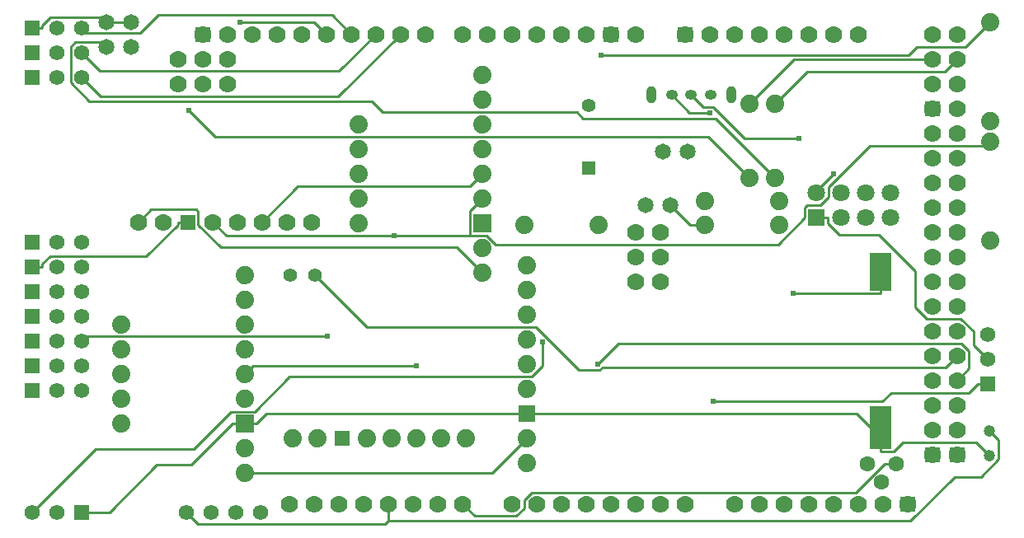
<source format=gtl>
G04 Layer: TopLayer*
G04 EasyEDA v6.5.23, 2023-06-13 15:00:51*
G04 dacc78a0dacf4a2ba8dfb7ea8c58147c,5f8968b253fc4aed9fc2cb8881c97923,10*
G04 Gerber Generator version 0.2*
G04 Scale: 100 percent, Rotated: No, Reflected: No *
G04 Dimensions in inches *
G04 leading zeros omitted , absolute positions ,3 integer and 6 decimal *
%FSLAX36Y36*%
%MOIN*%

%ADD10C,0.0100*%
%ADD11R,0.0906X0.1575*%
%ADD12R,0.0906X0.1732*%
%ADD13C,0.0620*%
%ADD14R,0.0620X0.0620*%
%ADD15C,0.0470*%
%ADD16C,0.0740*%
%ADD17R,0.0700X0.0700*%
%ADD18C,0.0551*%
%ADD19R,0.0709X0.0709*%
%ADD20C,0.0709*%
%ADD21R,0.0740X0.0740*%
%ADD22R,0.0600X0.0600*%
%ADD23C,0.0700*%
%ADD24R,0.0554X0.0554*%
%ADD25C,0.0554*%
%ADD26C,0.0650*%
%ADD27C,0.0630*%
%ADD28O,0.047240000000000004X0.039369999999999995*%
%ADD29O,0.039369999999999995X0.070866*%
%ADD30C,0.0240*%
%ADD31C,0.0129*%

%LPD*%
D10*
X3490000Y1039960D02*
G01*
X3490000Y950210D01*
X3490000Y950210D02*
G01*
X3136660Y950210D01*
X2801850Y1682869D02*
G01*
X2718440Y1682869D01*
X2646310Y1755000D01*
X60000Y65000D02*
G01*
X318209Y323209D01*
X715129Y323209D01*
X865000Y473079D01*
X960079Y473079D01*
X1101999Y615000D01*
X2079960Y615000D01*
X2122870Y657910D01*
X2122870Y755059D01*
X1550000Y2000000D02*
G01*
X1298469Y1748470D01*
X336529Y1748470D01*
X260000Y1825000D01*
X1450000Y2000000D02*
G01*
X1301009Y1851010D01*
X333989Y1851010D01*
X260000Y1925000D01*
X1350000Y2000000D02*
G01*
X1272079Y2077919D01*
X569740Y2077919D01*
X498069Y2006250D01*
X278750Y2006250D01*
X260000Y2025000D01*
X3700000Y1900000D02*
G01*
X3140000Y1900000D01*
X2960000Y1720000D01*
X3800000Y1900000D02*
G01*
X3750000Y1850000D01*
X3195000Y1850000D01*
X3065000Y1720000D01*
X1800000Y100000D02*
G01*
X1849639Y50360D01*
X2018159Y50360D01*
X2050000Y82199D01*
X2050000Y115999D01*
X2080079Y146080D01*
X3390770Y146080D01*
X3507089Y262399D01*
X3554059Y262399D01*
X1205000Y1025000D02*
G01*
X1415010Y814989D01*
X2095569Y814989D01*
X2268819Y641739D01*
X2355060Y641739D01*
X2366229Y652910D01*
X3752910Y652910D01*
X3800000Y700000D01*
X2345500Y664810D02*
G01*
X2430690Y750000D01*
X3815590Y750000D01*
X3847330Y718260D01*
X3847330Y647330D01*
X3800000Y600000D01*
X3159880Y1578820D02*
G01*
X2940119Y1578820D01*
X2813000Y1705940D01*
X2774049Y1705940D01*
X2724989Y1755000D01*
X1524709Y1184369D02*
G01*
X845630Y1184369D01*
X790000Y1240000D01*
X1880000Y1335000D02*
G01*
X1831250Y1286250D01*
X1831250Y1184369D01*
X1524709Y1184369D02*
G01*
X1831250Y1184369D01*
X1831250Y1184369D02*
G01*
X1898630Y1184369D01*
X1933000Y1150000D01*
X3076360Y1150000D01*
X3183599Y1257240D01*
X3183599Y1300019D01*
X3193580Y1310000D01*
X3248469Y1310000D01*
X3280000Y1341529D01*
X3280000Y1382150D01*
X3447849Y1550000D01*
X3920000Y1550000D01*
X3935000Y1565000D01*
X2960000Y1420000D02*
G01*
X2795000Y1585000D01*
X799219Y1585000D01*
X693519Y1690700D01*
X360000Y1950000D02*
G01*
X342919Y1967080D01*
X234920Y1967080D01*
X216230Y1948389D01*
X216230Y1804160D01*
X291630Y1728760D01*
X1433950Y1728760D01*
X1477709Y1685000D01*
X2262070Y1685000D01*
X2287269Y1659800D01*
X2825200Y1659800D01*
X3065000Y1420000D01*
X2780000Y1230000D02*
G01*
X2720000Y1230000D01*
X2640000Y1310000D01*
X990000Y1240000D02*
G01*
X1135000Y1385000D01*
X1830000Y1385000D01*
X1880000Y1435000D01*
X3935000Y2050000D02*
G01*
X3835000Y1950000D01*
X3636430Y1950000D01*
X3602510Y1916080D01*
X2361080Y1916080D01*
X920000Y625000D02*
G01*
X953069Y658069D01*
X1615000Y658069D01*
X490000Y1240000D02*
G01*
X540239Y1290239D01*
X722339Y1290239D01*
X731829Y1280749D01*
X731829Y1228800D01*
X822770Y1137860D01*
X1777139Y1137860D01*
X1880000Y1035000D01*
X920000Y225000D02*
G01*
X1920000Y225000D01*
X2060000Y365000D01*
X3925000Y585000D02*
G01*
X3882990Y585000D01*
X2813350Y513620D02*
G01*
X3498149Y513620D01*
X3534530Y550000D01*
X3847990Y550000D01*
X3882990Y585000D01*
X1500000Y100000D02*
G01*
X1500000Y30500D01*
X685000Y65000D02*
G01*
X731300Y18699D01*
X1488199Y18699D01*
X1500000Y30500D01*
X1500000Y30500D02*
G01*
X3611049Y30500D01*
X3790550Y210000D01*
X3895990Y210000D01*
X3967460Y281469D01*
X3967460Y357539D01*
X3930000Y395000D01*
X3276549Y1260000D02*
G01*
X3276549Y1236779D01*
X3324849Y1188479D01*
X3483419Y1188479D01*
X3631599Y1040300D01*
X3631599Y895290D01*
X3676890Y850000D01*
X3815270Y850000D01*
X3867079Y798189D01*
X3867079Y742919D01*
X3925000Y685000D01*
X3230100Y1260000D02*
G01*
X3276549Y1260000D01*
X460000Y2050000D02*
G01*
X360000Y2050000D01*
X360000Y2050000D02*
G01*
X341779Y2068220D01*
X134729Y2068220D01*
X102010Y2035500D01*
X102010Y2025000D01*
X60000Y2025000D02*
G01*
X102010Y2025000D01*
X102010Y1060000D02*
G01*
X102010Y1070500D01*
X133780Y1102269D01*
X521509Y1102269D01*
X648989Y1229749D01*
X648989Y1240000D01*
X60000Y1060000D02*
G01*
X102010Y1060000D01*
X690000Y1240000D02*
G01*
X648989Y1240000D01*
X3490000Y312420D02*
G01*
X3543370Y312420D01*
X3579530Y348580D01*
X3876419Y348580D01*
X3930000Y295000D01*
X2060000Y465000D02*
G01*
X1008010Y465000D01*
X968010Y425000D01*
X920000Y425000D02*
G01*
X968010Y425000D01*
X260000Y65000D02*
G01*
X372500Y65000D01*
X565230Y257730D01*
X704720Y257730D01*
X871989Y425000D01*
X920000Y425000D02*
G01*
X871989Y425000D01*
X3490000Y410039D02*
G01*
X3490000Y368659D01*
X3490000Y368659D02*
G01*
X3490000Y312420D01*
X2060000Y465000D02*
G01*
X2106009Y465000D01*
X3490000Y368659D02*
G01*
X3393660Y465000D01*
X2106009Y465000D01*
X3230000Y1360010D02*
G01*
X3230000Y1365639D01*
X3299120Y1434760D01*
X1252629Y776920D02*
G01*
X276920Y776920D01*
X260000Y760000D01*
X1250000Y2000000D02*
G01*
X1201229Y2048769D01*
X899799Y2048769D01*
D11*
G01*
X3490000Y1039960D03*
D12*
G01*
X3490000Y410039D03*
D13*
G01*
X3925000Y785000D03*
G01*
X3925000Y685000D03*
D14*
G01*
X3925000Y585000D03*
D15*
G01*
X3930000Y295000D03*
G01*
X3930000Y395000D03*
D14*
G01*
X260000Y65000D03*
D13*
G01*
X160000Y65000D03*
G01*
X60000Y65000D03*
G01*
X1150000Y2000000D03*
G01*
X1050000Y2000000D03*
G01*
X950000Y2000000D03*
G01*
X850000Y2000000D03*
D14*
G01*
X750000Y2000000D03*
G01*
X2400000Y2000000D03*
D13*
G01*
X2500000Y2000000D03*
D14*
G01*
X2700000Y2000000D03*
D13*
G01*
X2800000Y2000000D03*
G01*
X2900000Y2000000D03*
G01*
X3000000Y2000000D03*
D14*
G01*
X3600000Y100000D03*
D13*
G01*
X3500000Y100000D03*
G01*
X3400000Y100000D03*
G01*
X3300000Y100000D03*
G01*
X3200000Y100000D03*
G01*
X3100000Y100000D03*
G01*
X3000000Y100000D03*
G01*
X2900000Y100000D03*
G01*
X2200000Y100000D03*
G01*
X2300000Y100000D03*
G01*
X2400000Y100000D03*
G01*
X2500000Y100000D03*
G01*
X2600000Y100000D03*
G01*
X2700000Y100000D03*
D16*
G01*
X2060000Y1065000D03*
G01*
X2060000Y965000D03*
G01*
X2060000Y865000D03*
G01*
X2060000Y765000D03*
G01*
X2060000Y665000D03*
G01*
X2060000Y565000D03*
D17*
G01*
X2060000Y465000D03*
D16*
G01*
X2060000Y365000D03*
G01*
X2060000Y265000D03*
D13*
G01*
X685000Y65000D03*
G01*
X785000Y65000D03*
G01*
X885000Y65000D03*
G01*
X985000Y65000D03*
D18*
G01*
X1105000Y1025000D03*
G01*
X1205000Y1025000D03*
D19*
G01*
X3230100Y1260000D03*
D20*
G01*
X3230000Y1360010D03*
G01*
X3330000Y1260010D03*
G01*
X3330000Y1360010D03*
G01*
X3430000Y1260010D03*
G01*
X3430000Y1360010D03*
G01*
X3530000Y1260010D03*
G01*
X3530000Y1360010D03*
D16*
G01*
X3935000Y1650000D03*
G01*
X3935000Y2050000D03*
G01*
X3935000Y1165000D03*
G01*
X3935000Y1565000D03*
G01*
X920000Y225000D03*
G01*
X420000Y425000D03*
G01*
X420000Y525000D03*
G01*
X420000Y625000D03*
G01*
X420000Y825000D03*
G01*
X420000Y725000D03*
G01*
X920000Y825000D03*
G01*
X920000Y725000D03*
G01*
X920000Y1025000D03*
G01*
X920000Y925000D03*
G01*
X920000Y525000D03*
G01*
X920000Y625000D03*
G01*
X920000Y325000D03*
D21*
G01*
X920000Y425000D03*
D16*
G01*
X1880000Y1035000D03*
G01*
X1380000Y1235000D03*
G01*
X1380000Y1335000D03*
G01*
X1380000Y1435000D03*
G01*
X1380000Y1635000D03*
G01*
X1380000Y1535000D03*
G01*
X1880000Y1635000D03*
G01*
X1880000Y1535000D03*
G01*
X1880000Y1835000D03*
G01*
X1880000Y1735000D03*
G01*
X1880000Y1335000D03*
G01*
X1880000Y1435000D03*
G01*
X1880000Y1135000D03*
D21*
G01*
X1880000Y1235000D03*
D16*
G01*
X1115000Y365000D03*
G01*
X1215000Y365000D03*
D22*
G01*
X1315000Y365000D03*
D16*
G01*
X1415000Y365000D03*
G01*
X1515000Y365000D03*
G01*
X1615000Y365000D03*
G01*
X1715000Y365000D03*
G01*
X1815000Y365000D03*
D23*
G01*
X490000Y1240000D03*
G01*
X590000Y1240000D03*
D22*
G01*
X690000Y1240000D03*
D23*
G01*
X790000Y1240000D03*
G01*
X890000Y1240000D03*
G01*
X990000Y1240000D03*
G01*
X1090000Y1240000D03*
G01*
X1190000Y1240000D03*
D24*
G01*
X2310000Y1457049D03*
D25*
G01*
X2310000Y1712950D03*
D13*
G01*
X3800000Y800000D03*
G01*
X3700000Y800000D03*
G01*
X3800000Y900000D03*
G01*
X3700000Y900000D03*
G01*
X3800000Y1000000D03*
G01*
X3700000Y1000000D03*
G01*
X3800000Y1100000D03*
G01*
X3700000Y1100000D03*
G01*
X3800000Y1200000D03*
G01*
X3700000Y1200000D03*
G01*
X3800000Y1300000D03*
G01*
X3700000Y1300000D03*
G01*
X3800000Y1400000D03*
G01*
X3700000Y1400000D03*
G01*
X3800000Y1500000D03*
G01*
X3700000Y1500000D03*
G01*
X3800000Y1600000D03*
G01*
X3700000Y1600000D03*
G01*
X3800000Y1700000D03*
D14*
G01*
X3700000Y1700000D03*
G01*
X3800000Y300000D03*
G01*
X3700000Y300000D03*
D26*
G01*
X2710000Y1525000D03*
G01*
X2610000Y1525000D03*
D16*
G01*
X3080000Y1325000D03*
G01*
X2780000Y1325000D03*
D26*
G01*
X2640000Y1310000D03*
G01*
X2540000Y1310000D03*
D16*
G01*
X3080000Y1230000D03*
G01*
X2780000Y1230000D03*
D27*
G01*
X3435950Y262399D03*
G01*
X3554059Y262399D03*
G01*
X3495000Y187600D03*
D16*
G01*
X3065000Y1420000D03*
G01*
X3065000Y1720000D03*
G01*
X2960000Y1420000D03*
G01*
X2960000Y1720000D03*
G01*
X2050000Y1230000D03*
G01*
X2350000Y1230000D03*
D13*
G01*
X260000Y2025000D03*
G01*
X160000Y2025000D03*
D14*
G01*
X60000Y2025000D03*
D13*
G01*
X260000Y1925000D03*
G01*
X160000Y1925000D03*
D14*
G01*
X60000Y1925000D03*
D13*
G01*
X260000Y1825000D03*
G01*
X160000Y1825000D03*
D14*
G01*
X60000Y1825000D03*
D13*
G01*
X260000Y1160000D03*
G01*
X160000Y1160000D03*
D14*
G01*
X60000Y1160000D03*
D13*
G01*
X260000Y1060000D03*
G01*
X160000Y1060000D03*
D14*
G01*
X60000Y1060000D03*
D13*
G01*
X260000Y960000D03*
G01*
X160000Y960000D03*
D14*
G01*
X60000Y960000D03*
D13*
G01*
X260000Y860000D03*
G01*
X160000Y860000D03*
D14*
G01*
X60000Y860000D03*
D13*
G01*
X260000Y760000D03*
G01*
X160000Y760000D03*
D14*
G01*
X60000Y760000D03*
D13*
G01*
X260000Y660000D03*
G01*
X160000Y660000D03*
D14*
G01*
X60000Y660000D03*
D13*
G01*
X260000Y560000D03*
G01*
X160000Y560000D03*
D14*
G01*
X60000Y560000D03*
D28*
G01*
X2803689Y1755000D03*
G01*
X2724989Y1755000D03*
G01*
X2646310Y1755000D03*
D29*
G01*
X2563609Y1755000D03*
G01*
X2886400Y1755000D03*
D26*
G01*
X360000Y1950000D03*
G01*
X360000Y2050000D03*
G01*
X460000Y1950000D03*
G01*
X460000Y2050000D03*
D13*
G01*
X1300000Y100000D03*
G01*
X1200000Y100000D03*
G01*
X1100000Y100000D03*
D23*
G01*
X3800000Y2000000D03*
G01*
X3800000Y1900000D03*
G01*
X3800000Y1800000D03*
G01*
X3800000Y1700000D03*
G01*
X3800000Y1600000D03*
G01*
X3800000Y1500000D03*
G01*
X3800000Y1400000D03*
G01*
X3800000Y1300000D03*
G01*
X3800000Y1200000D03*
G01*
X3800000Y1100000D03*
G01*
X3800000Y1000000D03*
G01*
X3800000Y900000D03*
G01*
X3800000Y800000D03*
G01*
X3800000Y700000D03*
G01*
X3800000Y600000D03*
G01*
X3800000Y500000D03*
G01*
X3800000Y400000D03*
G01*
X3800000Y300000D03*
G01*
X3700000Y300000D03*
G01*
X3700000Y400000D03*
G01*
X3700000Y500000D03*
G01*
X3700000Y600000D03*
G01*
X3700000Y700000D03*
G01*
X3700000Y800000D03*
G01*
X3700000Y900000D03*
G01*
X3700000Y1000000D03*
G01*
X3700000Y1100000D03*
G01*
X3700000Y1200000D03*
G01*
X3700000Y1300000D03*
G01*
X3700000Y1400000D03*
G01*
X3700000Y1500000D03*
G01*
X3700000Y1600000D03*
G01*
X3700000Y1700000D03*
G01*
X3700000Y1800000D03*
G01*
X3700000Y1900000D03*
G01*
X3700000Y2000000D03*
G01*
X3500000Y100000D03*
G01*
X3600000Y100000D03*
G01*
X2500000Y1000000D03*
G01*
X2500000Y1100000D03*
G01*
X2500000Y1200000D03*
G01*
X2600000Y1000000D03*
G01*
X2600000Y1100000D03*
G01*
X2600000Y1200000D03*
G01*
X1100000Y100000D03*
G01*
X1200000Y100000D03*
G01*
X1300000Y100000D03*
G01*
X1400000Y100000D03*
G01*
X1500000Y100000D03*
G01*
X1600000Y100000D03*
G01*
X1700000Y100000D03*
G01*
X1800000Y100000D03*
G01*
X2000000Y100000D03*
G01*
X2100000Y100000D03*
G01*
X2200000Y100000D03*
G01*
X2300000Y100000D03*
G01*
X2400000Y100000D03*
G01*
X2500000Y100000D03*
G01*
X2600000Y100000D03*
G01*
X2700000Y100000D03*
G01*
X2900000Y100000D03*
G01*
X3000000Y100000D03*
G01*
X3100000Y100000D03*
G01*
X3200000Y100000D03*
G01*
X3300000Y100000D03*
G01*
X3400000Y100000D03*
G01*
X3400000Y2000000D03*
G01*
X3300000Y2000000D03*
G01*
X3200000Y2000000D03*
G01*
X3100000Y2000000D03*
G01*
X3000000Y2000000D03*
G01*
X2900000Y2000000D03*
G01*
X2800000Y2000000D03*
G01*
X2700000Y2000000D03*
G01*
X2500000Y2000000D03*
G01*
X2400000Y2000000D03*
G01*
X2300000Y2000000D03*
G01*
X2200000Y2000000D03*
G01*
X2100000Y2000000D03*
G01*
X2000000Y2000000D03*
G01*
X1900000Y2000000D03*
G01*
X1800000Y2000000D03*
G01*
X1650000Y2000000D03*
G01*
X1550000Y2000000D03*
G01*
X1450000Y2000000D03*
G01*
X1350000Y2000000D03*
G01*
X1250000Y2000000D03*
G01*
X1150000Y2000000D03*
G01*
X1050000Y2000000D03*
G01*
X950000Y2000000D03*
G01*
X850000Y2000000D03*
G01*
X750000Y2000000D03*
G01*
X850000Y1800000D03*
G01*
X750000Y1800000D03*
G01*
X650000Y1800000D03*
G01*
X850000Y1900000D03*
G01*
X750000Y1900000D03*
G01*
X650000Y1900000D03*
D30*
G01*
X899799Y2048769D03*
G01*
X1252629Y776920D03*
G01*
X3299120Y1434760D03*
G01*
X2813350Y513620D03*
G01*
X1615000Y658069D03*
G01*
X2361080Y1916080D03*
G01*
X693519Y1690700D03*
G01*
X1524709Y1184369D03*
G01*
X3159880Y1578820D03*
G01*
X2345500Y664810D03*
G01*
X2122870Y755059D03*
G01*
X2801850Y1682869D03*
G01*
X3136660Y950210D03*
M02*

</source>
